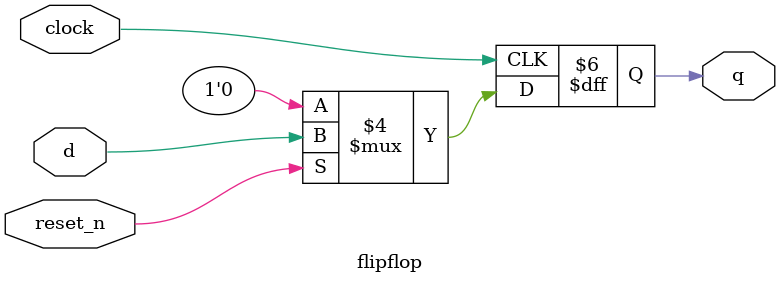
<source format=v>
module full_shifter(KEY, SW, LEDR);
	input [9:0] SW;
	input [3:0] KEY;
	output [9:0] LEDR;
	
	sub_shifter S0(.LoadVal(SW[7:0]),
						.clk(KEY[0]),
					   .Load_n(KEY[1]), 
					   .ShiftRight(KEY[2]), 
					   .ASR(KEY[3]),
					   .reset_n(SW[9]), 
					   .Q(LEDR[7:0]));
endmodule

//eight bit shifter sub module
module sub_shifter(LoadVal, Load_n, ShiftRight, ASR, clk, reset_n, Q);
	input [7:0] LoadVal;
	input Load_n;
   input ShiftRight;
   input ASR;
   input clk;
   input reset_n;
	output [7:0] Q;
	
	wire [7:0] sh_out;
	wire extension;
	
	sign_extension s(.asr(ASR), 
					    .in(LoadVal[7]), 
					    .out(extension));
	
	single_bit_shifter sh7(.load_val(LoadVal[7]), 
						   .load_n(Load_n), 
							.clk(clk), 
							.in(extension), 
							.shift(ShiftRight), 
							.reset_n(reset_n), 
							.out(sh_out[7]));
							
	single_bit_shifter sh6(.load_val(LoadVal[6]), 
						   .load_n(Load_n), 
							.clk(clk), 
							.in(sh_out[7]), 
							.shift(ShiftRight), 
							.reset_n(reset_n), 
							.out(sh_out[6]));

	single_bit_shifter sh5(.load_val(LoadVal[5]), 
						   .load_n(Load_n), 
							.clk(clk), 
							.in(sh_out[6]), 
							.shift(ShiftRight), 
							.reset_n(reset_n), 
							.out(sh_out[5]));
							
	single_bit_shifter sh4(.load_val(LoadVal[4]), 
						   .load_n(Load_n), 
							.clk(clk), 
							.in(sh_out[5]), 
							.shift(ShiftRight), 
							.reset_n(reset_n), 
							.out(sh_out[4]));
							
	single_bit_shifter sh3(.load_val(LoadVal[3]), 
						   .load_n(Load_n), 
							.clk(clk), 
							.in(sh_out[4]), 
							.shift(ShiftRight), 
							.reset_n(reset_n), 
							.out(sh_out[3]));
							
	single_bit_shifter sh2(.load_val(LoadVal[2]), 
						   .load_n(Load_n), 
							.clk(clk), 
							.in(sh_out[3]), 
							.shift(ShiftRight), 
							.reset_n(reset_n), 
							.out(sh_out[2]));
	
	single_bit_shifter sh1(.load_val(LoadVal[1]), 
						   .load_n(Load_n), 
							.clk(clk), 
							.in(sh_out[2]), 
							.shift(ShiftRight), 
							.reset_n(reset_n), 
							.out(sh_out[1]));
							
	single_bit_shifter sh0(.load_val(LoadVal[0]), 
						   .load_n(Load_n), 
							.clk(clk), 
							.in(sh_out[1]), 
							.shift(ShiftRight), 
							.reset_n(reset_n), 
							.out(sh_out[0]));
							
	assign Q = sh_out;
endmodule

//circuit to perform sign extension
module sign_extension(asr, in, out);
	input asr, in;
	output reg out;
	
	always @(*)
	begin
		if (asr == 1'b1)
			out <= in;
		else
			out <= 1'b0;
	end
endmodule

//1-bit shifter
module single_bit_shifter(load_val, load_n, clk, in, shift, reset_n, out);
   input load_n;
	input load_val;
   input clk;
   input in;
   input shift; 
   input reset_n;
	output out;
	
	wire M1M2;
	wire M2dff;
	wire dffout;
	
	mux2to1 M1(.x(dffout), 
					 .y(in), 
					 .s(shift), 
					 .m(M1M2));
					 
	mux2to1 M2(.x(load_val), 
					 .y(M1M2), 
					 .s(load_n), 
					 .m(M2dff));
					 
	flipflop ff(.clock(clk), 
					.reset_n(reset_n), 
					.d(M2dff), 
					.q(dffout));
	
	assign out = dffout;
endmodule

//2 to 1 multiplexer
module mux2to1(x, y, s, m);
    input x; //selected when s is 0
    input y; //selected when s is 1
    input s; //select signal
    output m; //output
  
    assign m = s & y | ~s & x;
endmodule

//D flip flop
module flipflop(clock, reset_n, d, q);
	input clock;
   input reset_n; 
   input d;
	output reg q;
	
	always @(posedge clock)
	begin
		if (reset_n == 1'b0)
			q <= 0;
		else 
			q <= d;
	end
endmodule
</source>
